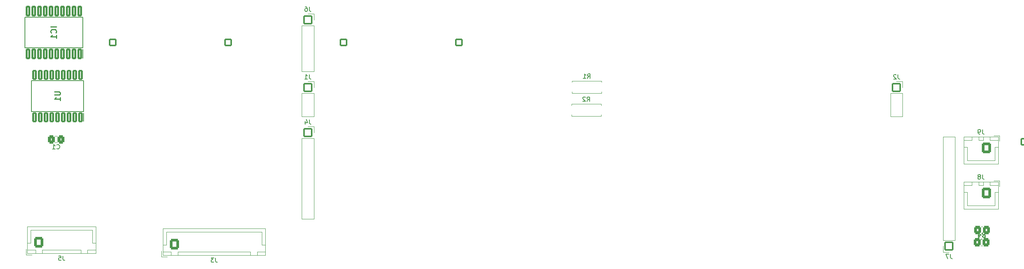
<source format=gbr>
%TF.GenerationSoftware,KiCad,Pcbnew,7.0.10*%
%TF.CreationDate,2024-01-24T20:17:36+01:00*%
%TF.ProjectId,ThePreamp-Analogue,54686550-7265-4616-9d70-2d416e616c6f,rev?*%
%TF.SameCoordinates,Original*%
%TF.FileFunction,Legend,Bot*%
%TF.FilePolarity,Positive*%
%FSLAX46Y46*%
G04 Gerber Fmt 4.6, Leading zero omitted, Abs format (unit mm)*
G04 Created by KiCad (PCBNEW 7.0.10) date 2024-01-24 20:17:36*
%MOMM*%
%LPD*%
G01*
G04 APERTURE LIST*
G04 Aperture macros list*
%AMRoundRect*
0 Rectangle with rounded corners*
0 $1 Rounding radius*
0 $2 $3 $4 $5 $6 $7 $8 $9 X,Y pos of 4 corners*
0 Add a 4 corners polygon primitive as box body*
4,1,4,$2,$3,$4,$5,$6,$7,$8,$9,$2,$3,0*
0 Add four circle primitives for the rounded corners*
1,1,$1+$1,$2,$3*
1,1,$1+$1,$4,$5*
1,1,$1+$1,$6,$7*
1,1,$1+$1,$8,$9*
0 Add four rect primitives between the rounded corners*
20,1,$1+$1,$2,$3,$4,$5,0*
20,1,$1+$1,$4,$5,$6,$7,0*
20,1,$1+$1,$6,$7,$8,$9,0*
20,1,$1+$1,$8,$9,$2,$3,0*%
G04 Aperture macros list end*
%ADD10C,0.150000*%
%ADD11C,0.254000*%
%ADD12C,0.120000*%
%ADD13C,0.200000*%
%ADD14C,4.400000*%
%ADD15O,2.400000X3.400000*%
%ADD16C,3.600000*%
%ADD17RoundRect,0.200000X0.675000X-0.675000X0.675000X0.675000X-0.675000X0.675000X-0.675000X-0.675000X0*%
%ADD18C,1.750000*%
%ADD19RoundRect,0.308824X-0.741176X-0.866176X0.741176X-0.866176X0.741176X0.866176X-0.741176X0.866176X0*%
%ADD20O,2.100000X2.350000*%
%ADD21RoundRect,0.333333X0.466667X0.566667X-0.466667X0.566667X-0.466667X-0.566667X0.466667X-0.566667X0*%
%ADD22C,2.000000*%
%ADD23O,2.000000X2.000000*%
%ADD24RoundRect,0.308824X0.741176X0.891176X-0.741176X0.891176X-0.741176X-0.891176X0.741176X-0.891176X0*%
%ADD25O,2.100000X2.400000*%
%ADD26RoundRect,0.200000X-0.325000X-0.975000X0.325000X-0.975000X0.325000X0.975000X-0.325000X0.975000X0*%
%ADD27RoundRect,0.200000X-0.850000X-0.850000X0.850000X-0.850000X0.850000X0.850000X-0.850000X0.850000X0*%
%ADD28O,2.100000X2.100000*%
%ADD29RoundRect,0.200000X0.850000X0.850000X-0.850000X0.850000X-0.850000X-0.850000X0.850000X-0.850000X0*%
%ADD30RoundRect,0.335106X-0.452394X-0.589894X0.452394X-0.589894X0.452394X0.589894X-0.452394X0.589894X0*%
%ADD31RoundRect,0.200000X-0.325000X-0.925000X0.325000X-0.925000X0.325000X0.925000X-0.325000X0.925000X0*%
%ADD32RoundRect,0.333333X-0.466667X-0.566667X0.466667X-0.566667X0.466667X0.566667X-0.466667X0.566667X0*%
G04 APERTURE END LIST*
D10*
X44633333Y1270181D02*
X44633333Y555896D01*
X44633333Y555896D02*
X44680952Y413039D01*
X44680952Y413039D02*
X44776190Y317800D01*
X44776190Y317800D02*
X44919047Y270181D01*
X44919047Y270181D02*
X45014285Y270181D01*
X44252380Y1270181D02*
X43633333Y1270181D01*
X43633333Y1270181D02*
X43966666Y889229D01*
X43966666Y889229D02*
X43823809Y889229D01*
X43823809Y889229D02*
X43728571Y841610D01*
X43728571Y841610D02*
X43680952Y793991D01*
X43680952Y793991D02*
X43633333Y698753D01*
X43633333Y698753D02*
X43633333Y460658D01*
X43633333Y460658D02*
X43680952Y365420D01*
X43680952Y365420D02*
X43728571Y317800D01*
X43728571Y317800D02*
X43823809Y270181D01*
X43823809Y270181D02*
X44109523Y270181D01*
X44109523Y270181D02*
X44204761Y317800D01*
X44204761Y317800D02*
X44252380Y365420D01*
X213966666Y5895181D02*
X214299999Y6371372D01*
X214538094Y5895181D02*
X214538094Y6895181D01*
X214538094Y6895181D02*
X214157142Y6895181D01*
X214157142Y6895181D02*
X214061904Y6847562D01*
X214061904Y6847562D02*
X214014285Y6799943D01*
X214014285Y6799943D02*
X213966666Y6704705D01*
X213966666Y6704705D02*
X213966666Y6561848D01*
X213966666Y6561848D02*
X214014285Y6466610D01*
X214014285Y6466610D02*
X214061904Y6418991D01*
X214061904Y6418991D02*
X214157142Y6371372D01*
X214157142Y6371372D02*
X214538094Y6371372D01*
X213109523Y6561848D02*
X213109523Y5895181D01*
X213347618Y6942800D02*
X213585713Y6228515D01*
X213585713Y6228515D02*
X212966666Y6228515D01*
X126666666Y35915181D02*
X126999999Y36391372D01*
X127238094Y35915181D02*
X127238094Y36915181D01*
X127238094Y36915181D02*
X126857142Y36915181D01*
X126857142Y36915181D02*
X126761904Y36867562D01*
X126761904Y36867562D02*
X126714285Y36819943D01*
X126714285Y36819943D02*
X126666666Y36724705D01*
X126666666Y36724705D02*
X126666666Y36581848D01*
X126666666Y36581848D02*
X126714285Y36486610D01*
X126714285Y36486610D02*
X126761904Y36438991D01*
X126761904Y36438991D02*
X126857142Y36391372D01*
X126857142Y36391372D02*
X127238094Y36391372D01*
X126285713Y36819943D02*
X126238094Y36867562D01*
X126238094Y36867562D02*
X126142856Y36915181D01*
X126142856Y36915181D02*
X125904761Y36915181D01*
X125904761Y36915181D02*
X125809523Y36867562D01*
X125809523Y36867562D02*
X125761904Y36819943D01*
X125761904Y36819943D02*
X125714285Y36724705D01*
X125714285Y36724705D02*
X125714285Y36629467D01*
X125714285Y36629467D02*
X125761904Y36486610D01*
X125761904Y36486610D02*
X126333332Y35915181D01*
X126333332Y35915181D02*
X125714285Y35915181D01*
X213983333Y19695181D02*
X213983333Y18980896D01*
X213983333Y18980896D02*
X214030952Y18838039D01*
X214030952Y18838039D02*
X214126190Y18742800D01*
X214126190Y18742800D02*
X214269047Y18695181D01*
X214269047Y18695181D02*
X214364285Y18695181D01*
X213364285Y19266610D02*
X213459523Y19314229D01*
X213459523Y19314229D02*
X213507142Y19361848D01*
X213507142Y19361848D02*
X213554761Y19457086D01*
X213554761Y19457086D02*
X213554761Y19504705D01*
X213554761Y19504705D02*
X213507142Y19599943D01*
X213507142Y19599943D02*
X213459523Y19647562D01*
X213459523Y19647562D02*
X213364285Y19695181D01*
X213364285Y19695181D02*
X213173809Y19695181D01*
X213173809Y19695181D02*
X213078571Y19647562D01*
X213078571Y19647562D02*
X213030952Y19599943D01*
X213030952Y19599943D02*
X212983333Y19504705D01*
X212983333Y19504705D02*
X212983333Y19457086D01*
X212983333Y19457086D02*
X213030952Y19361848D01*
X213030952Y19361848D02*
X213078571Y19314229D01*
X213078571Y19314229D02*
X213173809Y19266610D01*
X213173809Y19266610D02*
X213364285Y19266610D01*
X213364285Y19266610D02*
X213459523Y19218991D01*
X213459523Y19218991D02*
X213507142Y19171372D01*
X213507142Y19171372D02*
X213554761Y19076134D01*
X213554761Y19076134D02*
X213554761Y18885658D01*
X213554761Y18885658D02*
X213507142Y18790420D01*
X213507142Y18790420D02*
X213459523Y18742800D01*
X213459523Y18742800D02*
X213364285Y18695181D01*
X213364285Y18695181D02*
X213173809Y18695181D01*
X213173809Y18695181D02*
X213078571Y18742800D01*
X213078571Y18742800D02*
X213030952Y18790420D01*
X213030952Y18790420D02*
X212983333Y18885658D01*
X212983333Y18885658D02*
X212983333Y19076134D01*
X212983333Y19076134D02*
X213030952Y19171372D01*
X213030952Y19171372D02*
X213078571Y19218991D01*
X213078571Y19218991D02*
X213173809Y19266610D01*
X10933333Y1695181D02*
X10933333Y980896D01*
X10933333Y980896D02*
X10980952Y838039D01*
X10980952Y838039D02*
X11076190Y742800D01*
X11076190Y742800D02*
X11219047Y695181D01*
X11219047Y695181D02*
X11314285Y695181D01*
X9980952Y1695181D02*
X10457142Y1695181D01*
X10457142Y1695181D02*
X10504761Y1218991D01*
X10504761Y1218991D02*
X10457142Y1266610D01*
X10457142Y1266610D02*
X10361904Y1314229D01*
X10361904Y1314229D02*
X10123809Y1314229D01*
X10123809Y1314229D02*
X10028571Y1266610D01*
X10028571Y1266610D02*
X9980952Y1218991D01*
X9980952Y1218991D02*
X9933333Y1123753D01*
X9933333Y1123753D02*
X9933333Y885658D01*
X9933333Y885658D02*
X9980952Y790420D01*
X9980952Y790420D02*
X10028571Y742800D01*
X10028571Y742800D02*
X10123809Y695181D01*
X10123809Y695181D02*
X10361904Y695181D01*
X10361904Y695181D02*
X10457142Y742800D01*
X10457142Y742800D02*
X10504761Y790420D01*
D11*
X9474318Y52439763D02*
X8204318Y52439763D01*
X9353365Y51109286D02*
X9413842Y51169762D01*
X9413842Y51169762D02*
X9474318Y51351191D01*
X9474318Y51351191D02*
X9474318Y51472143D01*
X9474318Y51472143D02*
X9413842Y51653572D01*
X9413842Y51653572D02*
X9292889Y51774524D01*
X9292889Y51774524D02*
X9171937Y51835001D01*
X9171937Y51835001D02*
X8930032Y51895477D01*
X8930032Y51895477D02*
X8748603Y51895477D01*
X8748603Y51895477D02*
X8506699Y51835001D01*
X8506699Y51835001D02*
X8385746Y51774524D01*
X8385746Y51774524D02*
X8264794Y51653572D01*
X8264794Y51653572D02*
X8204318Y51472143D01*
X8204318Y51472143D02*
X8204318Y51351191D01*
X8204318Y51351191D02*
X8264794Y51169762D01*
X8264794Y51169762D02*
X8325270Y51109286D01*
X9474318Y49899762D02*
X9474318Y50625477D01*
X9474318Y50262620D02*
X8204318Y50262620D01*
X8204318Y50262620D02*
X8385746Y50383572D01*
X8385746Y50383572D02*
X8506699Y50504524D01*
X8506699Y50504524D02*
X8567175Y50625477D01*
D10*
X206933333Y2075181D02*
X206933333Y1360896D01*
X206933333Y1360896D02*
X206980952Y1218039D01*
X206980952Y1218039D02*
X207076190Y1122800D01*
X207076190Y1122800D02*
X207219047Y1075181D01*
X207219047Y1075181D02*
X207314285Y1075181D01*
X206552380Y2075181D02*
X205885714Y2075181D01*
X205885714Y2075181D02*
X206314285Y1075181D01*
X126756666Y41015181D02*
X127089999Y41491372D01*
X127328094Y41015181D02*
X127328094Y42015181D01*
X127328094Y42015181D02*
X126947142Y42015181D01*
X126947142Y42015181D02*
X126851904Y41967562D01*
X126851904Y41967562D02*
X126804285Y41919943D01*
X126804285Y41919943D02*
X126756666Y41824705D01*
X126756666Y41824705D02*
X126756666Y41681848D01*
X126756666Y41681848D02*
X126804285Y41586610D01*
X126804285Y41586610D02*
X126851904Y41538991D01*
X126851904Y41538991D02*
X126947142Y41491372D01*
X126947142Y41491372D02*
X127328094Y41491372D01*
X125804285Y41015181D02*
X126375713Y41015181D01*
X126089999Y41015181D02*
X126089999Y42015181D01*
X126089999Y42015181D02*
X126185237Y41872324D01*
X126185237Y41872324D02*
X126280475Y41777086D01*
X126280475Y41777086D02*
X126375713Y41729467D01*
X65333333Y41875181D02*
X65333333Y41160896D01*
X65333333Y41160896D02*
X65380952Y41018039D01*
X65380952Y41018039D02*
X65476190Y40922800D01*
X65476190Y40922800D02*
X65619047Y40875181D01*
X65619047Y40875181D02*
X65714285Y40875181D01*
X64333333Y40875181D02*
X64904761Y40875181D01*
X64619047Y40875181D02*
X64619047Y41875181D01*
X64619047Y41875181D02*
X64714285Y41732324D01*
X64714285Y41732324D02*
X64809523Y41637086D01*
X64809523Y41637086D02*
X64904761Y41589467D01*
X65333333Y56875181D02*
X65333333Y56160896D01*
X65333333Y56160896D02*
X65380952Y56018039D01*
X65380952Y56018039D02*
X65476190Y55922800D01*
X65476190Y55922800D02*
X65619047Y55875181D01*
X65619047Y55875181D02*
X65714285Y55875181D01*
X64428571Y56875181D02*
X64619047Y56875181D01*
X64619047Y56875181D02*
X64714285Y56827562D01*
X64714285Y56827562D02*
X64761904Y56779943D01*
X64761904Y56779943D02*
X64857142Y56637086D01*
X64857142Y56637086D02*
X64904761Y56446610D01*
X64904761Y56446610D02*
X64904761Y56065658D01*
X64904761Y56065658D02*
X64857142Y55970420D01*
X64857142Y55970420D02*
X64809523Y55922800D01*
X64809523Y55922800D02*
X64714285Y55875181D01*
X64714285Y55875181D02*
X64523809Y55875181D01*
X64523809Y55875181D02*
X64428571Y55922800D01*
X64428571Y55922800D02*
X64380952Y55970420D01*
X64380952Y55970420D02*
X64333333Y56065658D01*
X64333333Y56065658D02*
X64333333Y56303753D01*
X64333333Y56303753D02*
X64380952Y56398991D01*
X64380952Y56398991D02*
X64428571Y56446610D01*
X64428571Y56446610D02*
X64523809Y56494229D01*
X64523809Y56494229D02*
X64714285Y56494229D01*
X64714285Y56494229D02*
X64809523Y56446610D01*
X64809523Y56446610D02*
X64857142Y56398991D01*
X64857142Y56398991D02*
X64904761Y56303753D01*
X9566666Y25460420D02*
X9614285Y25412800D01*
X9614285Y25412800D02*
X9757142Y25365181D01*
X9757142Y25365181D02*
X9852380Y25365181D01*
X9852380Y25365181D02*
X9995237Y25412800D01*
X9995237Y25412800D02*
X10090475Y25508039D01*
X10090475Y25508039D02*
X10138094Y25603277D01*
X10138094Y25603277D02*
X10185713Y25793753D01*
X10185713Y25793753D02*
X10185713Y25936610D01*
X10185713Y25936610D02*
X10138094Y26127086D01*
X10138094Y26127086D02*
X10090475Y26222324D01*
X10090475Y26222324D02*
X9995237Y26317562D01*
X9995237Y26317562D02*
X9852380Y26365181D01*
X9852380Y26365181D02*
X9757142Y26365181D01*
X9757142Y26365181D02*
X9614285Y26317562D01*
X9614285Y26317562D02*
X9566666Y26269943D01*
X8614285Y25365181D02*
X9185713Y25365181D01*
X8899999Y25365181D02*
X8899999Y26365181D01*
X8899999Y26365181D02*
X8995237Y26222324D01*
X8995237Y26222324D02*
X9090475Y26127086D01*
X9090475Y26127086D02*
X9185713Y26079467D01*
X195333333Y41875181D02*
X195333333Y41160896D01*
X195333333Y41160896D02*
X195380952Y41018039D01*
X195380952Y41018039D02*
X195476190Y40922800D01*
X195476190Y40922800D02*
X195619047Y40875181D01*
X195619047Y40875181D02*
X195714285Y40875181D01*
X194904761Y41779943D02*
X194857142Y41827562D01*
X194857142Y41827562D02*
X194761904Y41875181D01*
X194761904Y41875181D02*
X194523809Y41875181D01*
X194523809Y41875181D02*
X194428571Y41827562D01*
X194428571Y41827562D02*
X194380952Y41779943D01*
X194380952Y41779943D02*
X194333333Y41684705D01*
X194333333Y41684705D02*
X194333333Y41589467D01*
X194333333Y41589467D02*
X194380952Y41446610D01*
X194380952Y41446610D02*
X194952380Y40875181D01*
X194952380Y40875181D02*
X194333333Y40875181D01*
D11*
X9004318Y38067620D02*
X10032413Y38067620D01*
X10032413Y38067620D02*
X10153365Y38007143D01*
X10153365Y38007143D02*
X10213842Y37946667D01*
X10213842Y37946667D02*
X10274318Y37825715D01*
X10274318Y37825715D02*
X10274318Y37583810D01*
X10274318Y37583810D02*
X10213842Y37462858D01*
X10213842Y37462858D02*
X10153365Y37402381D01*
X10153365Y37402381D02*
X10032413Y37341905D01*
X10032413Y37341905D02*
X9004318Y37341905D01*
X10274318Y36071905D02*
X10274318Y36797620D01*
X10274318Y36434763D02*
X9004318Y36434763D01*
X9004318Y36434763D02*
X9185746Y36555715D01*
X9185746Y36555715D02*
X9306699Y36676667D01*
X9306699Y36676667D02*
X9367175Y36797620D01*
D10*
X213983333Y29695181D02*
X213983333Y28980896D01*
X213983333Y28980896D02*
X214030952Y28838039D01*
X214030952Y28838039D02*
X214126190Y28742800D01*
X214126190Y28742800D02*
X214269047Y28695181D01*
X214269047Y28695181D02*
X214364285Y28695181D01*
X213459523Y28695181D02*
X213269047Y28695181D01*
X213269047Y28695181D02*
X213173809Y28742800D01*
X213173809Y28742800D02*
X213126190Y28790420D01*
X213126190Y28790420D02*
X213030952Y28933277D01*
X213030952Y28933277D02*
X212983333Y29123753D01*
X212983333Y29123753D02*
X212983333Y29504705D01*
X212983333Y29504705D02*
X213030952Y29599943D01*
X213030952Y29599943D02*
X213078571Y29647562D01*
X213078571Y29647562D02*
X213173809Y29695181D01*
X213173809Y29695181D02*
X213364285Y29695181D01*
X213364285Y29695181D02*
X213459523Y29647562D01*
X213459523Y29647562D02*
X213507142Y29599943D01*
X213507142Y29599943D02*
X213554761Y29504705D01*
X213554761Y29504705D02*
X213554761Y29266610D01*
X213554761Y29266610D02*
X213507142Y29171372D01*
X213507142Y29171372D02*
X213459523Y29123753D01*
X213459523Y29123753D02*
X213364285Y29076134D01*
X213364285Y29076134D02*
X213173809Y29076134D01*
X213173809Y29076134D02*
X213078571Y29123753D01*
X213078571Y29123753D02*
X213030952Y29171372D01*
X213030952Y29171372D02*
X212983333Y29266610D01*
X65333333Y31875181D02*
X65333333Y31160896D01*
X65333333Y31160896D02*
X65380952Y31018039D01*
X65380952Y31018039D02*
X65476190Y30922800D01*
X65476190Y30922800D02*
X65619047Y30875181D01*
X65619047Y30875181D02*
X65714285Y30875181D01*
X64428571Y31541848D02*
X64428571Y30875181D01*
X64666666Y31922800D02*
X64904761Y31208515D01*
X64904761Y31208515D02*
X64285714Y31208515D01*
X214066666Y5295181D02*
X214399999Y5771372D01*
X214638094Y5295181D02*
X214638094Y6295181D01*
X214638094Y6295181D02*
X214257142Y6295181D01*
X214257142Y6295181D02*
X214161904Y6247562D01*
X214161904Y6247562D02*
X214114285Y6199943D01*
X214114285Y6199943D02*
X214066666Y6104705D01*
X214066666Y6104705D02*
X214066666Y5961848D01*
X214066666Y5961848D02*
X214114285Y5866610D01*
X214114285Y5866610D02*
X214161904Y5818991D01*
X214161904Y5818991D02*
X214257142Y5771372D01*
X214257142Y5771372D02*
X214638094Y5771372D01*
X213733332Y6295181D02*
X213114285Y6295181D01*
X213114285Y6295181D02*
X213447618Y5914229D01*
X213447618Y5914229D02*
X213304761Y5914229D01*
X213304761Y5914229D02*
X213209523Y5866610D01*
X213209523Y5866610D02*
X213161904Y5818991D01*
X213161904Y5818991D02*
X213114285Y5723753D01*
X213114285Y5723753D02*
X213114285Y5485658D01*
X213114285Y5485658D02*
X213161904Y5390420D01*
X213161904Y5390420D02*
X213209523Y5342800D01*
X213209523Y5342800D02*
X213304761Y5295181D01*
X213304761Y5295181D02*
X213590475Y5295181D01*
X213590475Y5295181D02*
X213685713Y5342800D01*
X213685713Y5342800D02*
X213733332Y5390420D01*
D12*
%TO.C,J3*%
X32700000Y1525000D02*
X32700000Y2775000D01*
X32990000Y7785000D02*
X55610000Y7785000D01*
X32990000Y1815000D02*
X32990000Y7785000D01*
X33000000Y4075000D02*
X33750000Y4075000D01*
X33000000Y2575000D02*
X34800000Y2575000D01*
X33000000Y1825000D02*
X33000000Y2575000D01*
X33750000Y7025000D02*
X44300000Y7025000D01*
X33750000Y4075000D02*
X33750000Y7025000D01*
X33950000Y1525000D02*
X32700000Y1525000D01*
X34800000Y2575000D02*
X34800000Y1825000D01*
X34800000Y1825000D02*
X33000000Y1825000D01*
X36300000Y2575000D02*
X52300000Y2575000D01*
X36300000Y1825000D02*
X36300000Y2575000D01*
X52300000Y2575000D02*
X52300000Y1825000D01*
X52300000Y1825000D02*
X36300000Y1825000D01*
X53800000Y2575000D02*
X55600000Y2575000D01*
X53800000Y1825000D02*
X53800000Y2575000D01*
X54850000Y7025000D02*
X44300000Y7025000D01*
X54850000Y4075000D02*
X54850000Y7025000D01*
X55600000Y4075000D02*
X54850000Y4075000D01*
X55600000Y2575000D02*
X55600000Y1825000D01*
X55600000Y1825000D02*
X53800000Y1825000D01*
X55610000Y7785000D02*
X55610000Y1815000D01*
X55610000Y1815000D02*
X32990000Y1815000D01*
%TO.C,R4*%
X214027064Y3965000D02*
X213572936Y3965000D01*
X214027064Y5435000D02*
X213572936Y5435000D01*
%TO.C,R2*%
X129770000Y32630000D02*
X123230000Y32630000D01*
X129770000Y32960000D02*
X129770000Y32630000D01*
X129770000Y35040000D02*
X129770000Y35370000D01*
X129770000Y35370000D02*
X123230000Y35370000D01*
X123230000Y32630000D02*
X123230000Y32960000D01*
X123230000Y35370000D02*
X123230000Y35040000D01*
%TO.C,J8*%
X217750000Y18350000D02*
X217750000Y17100000D01*
X217460000Y12090000D02*
X209840000Y12090000D01*
X217460000Y18060000D02*
X217460000Y12090000D01*
X217450000Y15800000D02*
X216700000Y15800000D01*
X217450000Y17300000D02*
X215650000Y17300000D01*
X217450000Y18050000D02*
X217450000Y17300000D01*
X216700000Y12850000D02*
X213650000Y12850000D01*
X216700000Y15800000D02*
X216700000Y12850000D01*
X216500000Y18350000D02*
X217750000Y18350000D01*
X215650000Y17300000D02*
X215650000Y18050000D01*
X215650000Y18050000D02*
X217450000Y18050000D01*
X214150000Y17300000D02*
X213150000Y17300000D01*
X214150000Y18050000D02*
X214150000Y17300000D01*
X213150000Y17300000D02*
X213150000Y18050000D01*
X213150000Y18050000D02*
X214150000Y18050000D01*
X211650000Y17300000D02*
X209850000Y17300000D01*
X211650000Y18050000D02*
X211650000Y17300000D01*
X210600000Y12850000D02*
X213650000Y12850000D01*
X210600000Y15800000D02*
X210600000Y12850000D01*
X209850000Y15800000D02*
X210600000Y15800000D01*
X209850000Y17300000D02*
X209850000Y18050000D01*
X209850000Y18050000D02*
X211650000Y18050000D01*
X209840000Y12090000D02*
X209840000Y18060000D01*
X209840000Y18060000D02*
X217460000Y18060000D01*
%TO.C,J5*%
X2750000Y1950000D02*
X2750000Y3200000D01*
X3040000Y8210000D02*
X18160000Y8210000D01*
X3040000Y2240000D02*
X3040000Y8210000D01*
X3050000Y4500000D02*
X3800000Y4500000D01*
X3050000Y3000000D02*
X4850000Y3000000D01*
X3050000Y2250000D02*
X3050000Y3000000D01*
X3800000Y7450000D02*
X10600000Y7450000D01*
X3800000Y4500000D02*
X3800000Y7450000D01*
X4000000Y1950000D02*
X2750000Y1950000D01*
X4850000Y3000000D02*
X4850000Y2250000D01*
X4850000Y2250000D02*
X3050000Y2250000D01*
X6350000Y3000000D02*
X14850000Y3000000D01*
X6350000Y2250000D02*
X6350000Y3000000D01*
X14850000Y3000000D02*
X14850000Y2250000D01*
X14850000Y2250000D02*
X6350000Y2250000D01*
X16350000Y3000000D02*
X18150000Y3000000D01*
X16350000Y2250000D02*
X16350000Y3000000D01*
X17400000Y7450000D02*
X10600000Y7450000D01*
X17400000Y4500000D02*
X17400000Y7450000D01*
X18150000Y4500000D02*
X17400000Y4500000D01*
X18150000Y3000000D02*
X18150000Y2250000D01*
X18150000Y2250000D02*
X16350000Y2250000D01*
X18160000Y8210000D02*
X18160000Y2240000D01*
X18160000Y2240000D02*
X3040000Y2240000D01*
D13*
%TO.C,IC1*%
X15290000Y45500000D02*
X15290000Y47450000D01*
X2500000Y47800000D02*
X15300000Y47800000D01*
X15300000Y47800000D02*
X15300000Y54600000D01*
X2500000Y54600000D02*
X2500000Y47800000D01*
X15300000Y54600000D02*
X2500000Y54600000D01*
D12*
%TO.C,J7*%
X205270000Y28050000D02*
X207930000Y28050000D01*
X205270000Y5130000D02*
X205270000Y28050000D01*
X205270000Y5130000D02*
X207930000Y5130000D01*
X205270000Y3860000D02*
X205270000Y2530000D01*
X205270000Y2530000D02*
X206600000Y2530000D01*
X207930000Y5130000D02*
X207930000Y28050000D01*
%TO.C,R1*%
X129860000Y37730000D02*
X123320000Y37730000D01*
X129860000Y38060000D02*
X129860000Y37730000D01*
X129860000Y40140000D02*
X129860000Y40470000D01*
X129860000Y40470000D02*
X123320000Y40470000D01*
X123320000Y37730000D02*
X123320000Y38060000D01*
X123320000Y40470000D02*
X123320000Y40140000D01*
%TO.C,J1*%
X66330000Y32590000D02*
X63670000Y32590000D01*
X66330000Y37730000D02*
X66330000Y32590000D01*
X66330000Y37730000D02*
X63670000Y37730000D01*
X66330000Y39000000D02*
X66330000Y40330000D01*
X66330000Y40330000D02*
X65000000Y40330000D01*
X63670000Y37730000D02*
X63670000Y32590000D01*
%TO.C,J6*%
X66330000Y42510000D02*
X63670000Y42510000D01*
X66330000Y52730000D02*
X66330000Y42510000D01*
X66330000Y52730000D02*
X63670000Y52730000D01*
X66330000Y54000000D02*
X66330000Y55330000D01*
X66330000Y55330000D02*
X65000000Y55330000D01*
X63670000Y52730000D02*
X63670000Y42510000D01*
%TO.C,C1*%
X9138748Y28235000D02*
X9661252Y28235000D01*
X9138748Y26765000D02*
X9661252Y26765000D01*
%TO.C,J2*%
X196330000Y32590000D02*
X193670000Y32590000D01*
X196330000Y37730000D02*
X196330000Y32590000D01*
X196330000Y37730000D02*
X193670000Y37730000D01*
X196330000Y39000000D02*
X196330000Y40330000D01*
X196330000Y40330000D02*
X195000000Y40330000D01*
X193670000Y37730000D02*
X193670000Y32590000D01*
D13*
%TO.C,U1*%
X15455000Y31500000D02*
X15455000Y33350000D01*
X3925000Y33700000D02*
X15475000Y33700000D01*
X15475000Y33700000D02*
X15475000Y40500000D01*
X3925000Y40500000D02*
X3925000Y33700000D01*
X15475000Y40500000D02*
X3925000Y40500000D01*
D12*
%TO.C,J9*%
X217750000Y28350000D02*
X217750000Y27100000D01*
X217460000Y22090000D02*
X209840000Y22090000D01*
X217460000Y28060000D02*
X217460000Y22090000D01*
X217450000Y25800000D02*
X216700000Y25800000D01*
X217450000Y27300000D02*
X215650000Y27300000D01*
X217450000Y28050000D02*
X217450000Y27300000D01*
X216700000Y22850000D02*
X213650000Y22850000D01*
X216700000Y25800000D02*
X216700000Y22850000D01*
X216500000Y28350000D02*
X217750000Y28350000D01*
X215650000Y27300000D02*
X215650000Y28050000D01*
X215650000Y28050000D02*
X217450000Y28050000D01*
X214150000Y27300000D02*
X213150000Y27300000D01*
X214150000Y28050000D02*
X214150000Y27300000D01*
X213150000Y27300000D02*
X213150000Y28050000D01*
X213150000Y28050000D02*
X214150000Y28050000D01*
X211650000Y27300000D02*
X209850000Y27300000D01*
X211650000Y28050000D02*
X211650000Y27300000D01*
X210600000Y22850000D02*
X213650000Y22850000D01*
X210600000Y25800000D02*
X210600000Y22850000D01*
X209850000Y25800000D02*
X210600000Y25800000D01*
X209850000Y27300000D02*
X209850000Y28050000D01*
X209850000Y28050000D02*
X211650000Y28050000D01*
X209840000Y22090000D02*
X209840000Y28060000D01*
X209840000Y28060000D02*
X217460000Y28060000D01*
%TO.C,J4*%
X66330000Y9890000D02*
X63670000Y9890000D01*
X66330000Y27730000D02*
X66330000Y9890000D01*
X66330000Y27730000D02*
X63670000Y27730000D01*
X66330000Y29000000D02*
X66330000Y30330000D01*
X66330000Y30330000D02*
X65000000Y30330000D01*
X63670000Y27730000D02*
X63670000Y9890000D01*
%TO.C,R3*%
X213672936Y8135000D02*
X214127064Y8135000D01*
X213672936Y6665000D02*
X214127064Y6665000D01*
%TD*%
%LPC*%
D14*
%TO.C,RCA3*%
X72950000Y15950000D03*
X83050000Y26050000D03*
D15*
X78000000Y21000000D03*
X80500000Y21000000D03*
%TD*%
D16*
%TO.C,REF\u002A\u002A*%
X65000000Y60000000D03*
%TD*%
D14*
%TO.C,RCA6*%
X47450000Y34150000D03*
X57550000Y44250000D03*
D15*
X52500000Y39200000D03*
X55000000Y39200000D03*
%TD*%
D17*
%TO.C,K4*%
X98400000Y49000000D03*
D18*
X100940000Y49000000D03*
X103480000Y49000000D03*
X106020000Y49000000D03*
X108560000Y49000000D03*
X108560000Y56620000D03*
X106020000Y56620000D03*
X103480000Y56620000D03*
X100940000Y56620000D03*
X98400000Y56620000D03*
%TD*%
D16*
%TO.C,REF\u002A\u002A*%
X195000000Y60000000D03*
%TD*%
D17*
%TO.C,K2*%
X47400000Y49000000D03*
D18*
X49940000Y49000000D03*
X52480000Y49000000D03*
X55020000Y49000000D03*
X57560000Y49000000D03*
X57560000Y56620000D03*
X55020000Y56620000D03*
X52480000Y56620000D03*
X49940000Y56620000D03*
X47400000Y56620000D03*
%TD*%
D17*
%TO.C,K1*%
X21900000Y49000000D03*
D18*
X24440000Y49000000D03*
X26980000Y49000000D03*
X29520000Y49000000D03*
X32060000Y49000000D03*
X32060000Y56620000D03*
X29520000Y56620000D03*
X26980000Y56620000D03*
X24440000Y56620000D03*
X21900000Y56620000D03*
%TD*%
D14*
%TO.C,RCA8*%
X98450000Y34150000D03*
X108550000Y44250000D03*
D15*
X103500000Y39200000D03*
X106000000Y39200000D03*
%TD*%
D16*
%TO.C,REF\u002A\u002A*%
X195000000Y5000000D03*
%TD*%
D14*
%TO.C,RCA1*%
X21950000Y15950000D03*
X32050000Y26050000D03*
D15*
X27000000Y21000000D03*
X29500000Y21000000D03*
%TD*%
D17*
%TO.C,K3*%
X72900000Y49000000D03*
D18*
X75440000Y49000000D03*
X77980000Y49000000D03*
X80520000Y49000000D03*
X83060000Y49000000D03*
X83060000Y56620000D03*
X80520000Y56620000D03*
X77980000Y56620000D03*
X75440000Y56620000D03*
X72900000Y56620000D03*
%TD*%
D14*
%TO.C,RCA5*%
X21950000Y34150000D03*
X32050000Y44250000D03*
D15*
X27000000Y39200000D03*
X29500000Y39200000D03*
%TD*%
D14*
%TO.C,RCA4*%
X98450000Y15950000D03*
X108550000Y26050000D03*
D15*
X103500000Y21000000D03*
X106000000Y21000000D03*
%TD*%
D14*
%TO.C,RCA7*%
X72950000Y34150000D03*
X83050000Y44250000D03*
D15*
X78000000Y39200000D03*
X80500000Y39200000D03*
%TD*%
D14*
%TO.C,RCA10*%
X223550000Y40450000D03*
X233650000Y50550000D03*
D15*
X228600000Y45500000D03*
X231100000Y45500000D03*
%TD*%
D14*
%TO.C,RCA2*%
X47450000Y15950000D03*
X57550000Y26050000D03*
D15*
X52500000Y21000000D03*
X55000000Y21000000D03*
%TD*%
D17*
%TO.C,K5*%
X223220000Y26990000D03*
D18*
X225760000Y26990000D03*
X228300000Y26990000D03*
X230840000Y26990000D03*
X233380000Y26990000D03*
X233380000Y34610000D03*
X230840000Y34610000D03*
X228300000Y34610000D03*
X225760000Y34610000D03*
X223220000Y34610000D03*
%TD*%
D14*
%TO.C,RCA9*%
X223550000Y10450000D03*
X233650000Y20550000D03*
D15*
X228600000Y15500000D03*
X231100000Y15500000D03*
%TD*%
D16*
%TO.C,REF\u002A\u002A*%
X65000000Y5000000D03*
%TD*%
D19*
%TO.C,J3*%
X35550000Y4275000D03*
D20*
X38050000Y4275000D03*
X40550000Y4275000D03*
X43050000Y4275000D03*
X45550000Y4275000D03*
X48050000Y4275000D03*
X50550000Y4275000D03*
X53050000Y4275000D03*
%TD*%
D21*
%TO.C,R4*%
X214800000Y4700000D03*
X212800000Y4700000D03*
%TD*%
D22*
%TO.C,R2*%
X130310000Y34000000D03*
D23*
X122690000Y34000000D03*
%TD*%
D24*
%TO.C,J8*%
X214900000Y15600000D03*
D25*
X212400000Y15600000D03*
%TD*%
D19*
%TO.C,J5*%
X5600000Y4700000D03*
D20*
X8100000Y4700000D03*
X10600000Y4700000D03*
X13100000Y4700000D03*
X15600000Y4700000D03*
%TD*%
D26*
%TO.C,IC1*%
X14615000Y46475000D03*
X13345000Y46475000D03*
X12075000Y46475000D03*
X10805000Y46475000D03*
X9535000Y46475000D03*
X8265000Y46475000D03*
X6995000Y46475000D03*
X5725000Y46475000D03*
X4455000Y46475000D03*
X3185000Y46475000D03*
X3185000Y55925000D03*
X4455000Y55925000D03*
X5725000Y55925000D03*
X6995000Y55925000D03*
X8265000Y55925000D03*
X9535000Y55925000D03*
X10805000Y55925000D03*
X12075000Y55925000D03*
X13345000Y55925000D03*
X14615000Y55925000D03*
%TD*%
D27*
%TO.C,J7*%
X206600000Y3860000D03*
D28*
X206600000Y6400000D03*
X206600000Y8940000D03*
X206600000Y11480000D03*
X206600000Y14020000D03*
X206600000Y16560000D03*
X206600000Y19100000D03*
X206600000Y21640000D03*
X206600000Y24180000D03*
X206600000Y26720000D03*
%TD*%
D22*
%TO.C,R1*%
X130400000Y39100000D03*
D23*
X122780000Y39100000D03*
%TD*%
D29*
%TO.C,J1*%
X65000000Y39000000D03*
D28*
X65000000Y36460000D03*
X65000000Y33920000D03*
%TD*%
D29*
%TO.C,J6*%
X65000000Y54000000D03*
D28*
X65000000Y51460000D03*
X65000000Y48920000D03*
X65000000Y46380000D03*
X65000000Y43840000D03*
%TD*%
D30*
%TO.C,C1*%
X8362500Y27500000D03*
X10437500Y27500000D03*
%TD*%
D29*
%TO.C,J2*%
X195000000Y39000000D03*
D28*
X195000000Y36460000D03*
X195000000Y33920000D03*
%TD*%
D31*
%TO.C,U1*%
X14780000Y32425000D03*
X13510000Y32425000D03*
X12240000Y32425000D03*
X10970000Y32425000D03*
X9700000Y32425000D03*
X8430000Y32425000D03*
X7160000Y32425000D03*
X5890000Y32425000D03*
X4620000Y32425000D03*
X4620000Y41775000D03*
X5890000Y41775000D03*
X7160000Y41775000D03*
X8430000Y41775000D03*
X9700000Y41775000D03*
X10970000Y41775000D03*
X12240000Y41775000D03*
X13510000Y41775000D03*
X14780000Y41775000D03*
%TD*%
D24*
%TO.C,J9*%
X214900000Y25600000D03*
D25*
X212400000Y25600000D03*
%TD*%
D29*
%TO.C,J4*%
X65000000Y29000000D03*
D28*
X65000000Y26460000D03*
X65000000Y23920000D03*
X65000000Y21380000D03*
X65000000Y18840000D03*
X65000000Y16300000D03*
X65000000Y13760000D03*
X65000000Y11220000D03*
%TD*%
D32*
%TO.C,R3*%
X212900000Y7400000D03*
X214900000Y7400000D03*
%TD*%
%LPD*%
M02*

</source>
